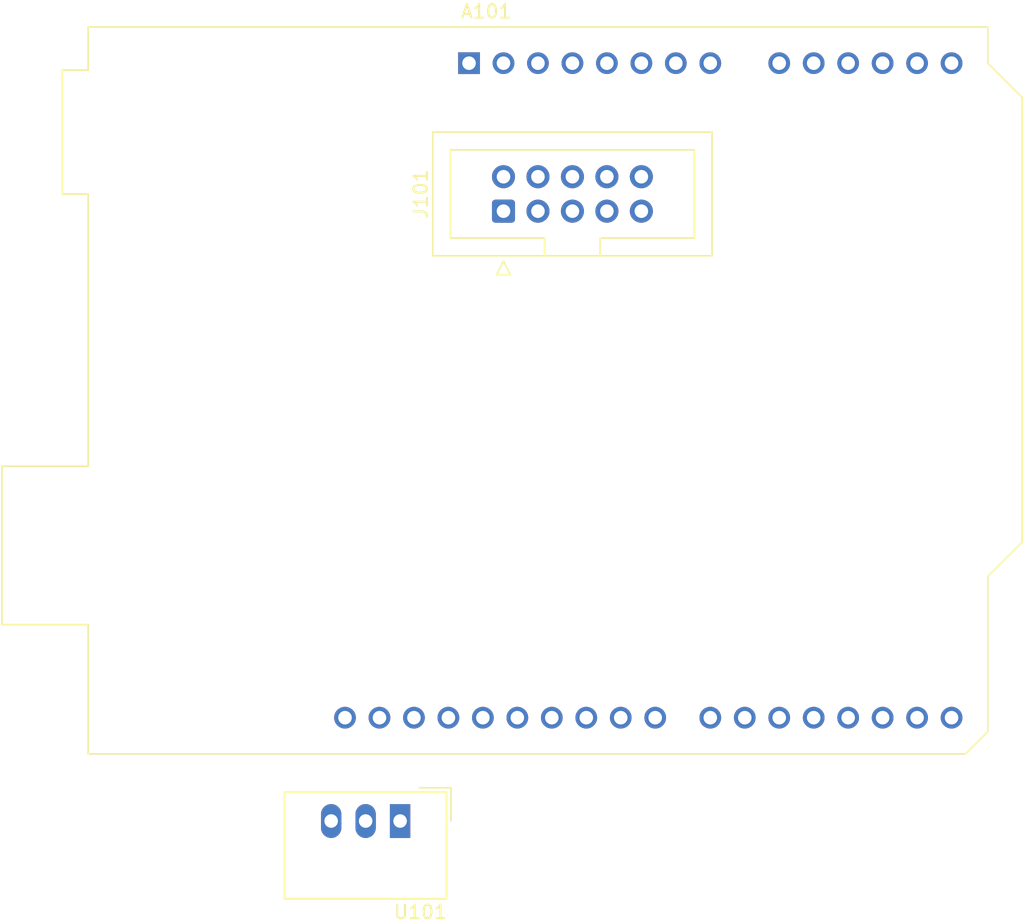
<source format=kicad_pcb>
(kicad_pcb (version 20211014) (generator pcbnew)
  (layers (0 "F.Cu" signal) (31 "B.Cu" signal) (34 "B.Paste" user) (35 "F.Paste" user) (36 "B.SilkS" user "B.Silkscreen") (37 "F.SilkS" user "F.Silkscreen") (38 "B.Mask" user) (39 "F.Mask" user) (44 "Edge.Cuts" user))
  (net 0 "")
  (net 17 "KEYB.CLOCK")
  (net 18 "MOUSE.CLOCK")
  (net 19 "KEYB.DATA")
  (net 20 "MOUSE.DATA")
  (net 21 "UART.IN")
  (net 22 "UART.OUT")
  (net 33 "12VDC")
  (net 34 "RS232.OUT")
  (net 35 "RS232.IN")
  (net 38 "EARTH")
  (net 39 "-12VDC")
  (net 40 "GND")
  (net 42 "Net-(D101-Pad2)")
  (footprint "Converter_DCDC:Converter_DCDC_TRACO_TSR-1_THT" (layer "F.Cu") (at 129.54 109.22 180)
    (fp_text reference "U101" (at -1.5 -6.71) (layer "F.SilkS"))
    (fp_text value "TSR_1-2450")
    (fp_line (start -3.42 2.12) (end -3.42 -5.73) (layer "F.SilkS") (width 0.12))
    (fp_line (start -3.75 0) (end -3.75 2.45) (layer "F.SilkS") (width 0.12))
    (fp_line (start 8.52 -5.73) (end 8.52 2.12) (layer "F.SilkS") (width 0.12))
    (fp_line (start -3.42 -5.73) (end 8.52 -5.73) (layer "F.SilkS") (width 0.12))
    (fp_line (start -3.75 2.45) (end -1.42 2.45) (layer "F.SilkS") (width 0.12))
    (fp_line (start 8.52 2.12) (end -3.42 2.12) (layer "F.SilkS") (width 0.12))
    (pad "1" thru_hole rect (at 0 0 180) (size 1.5 2.5) (drill 1) (layers *.Cu *.Mask) (net 33 "12VDC"))
    (pad "2" thru_hole oval (at 2.54 0 180) (size 1.5 2.5) (drill 1) (layers *.Cu *.Mask) (net 40 "GND"))
    (pad "3" thru_hole oval (at 5.08 0 180) (size 1.5 2.5) (drill 1) (layers *.Cu *.Mask) (net 42 "Net-(D101-Pad2)"))
  )
  (footprint "Connector_IDC:IDC-Header_2x05_P2.54mm_Vertical" (layer "F.Cu") (at 137.16 64.2525 90)
    (fp_text reference "J101" (at 1.27 -6.1 90) (layer "F.SilkS"))
    (fp_text value "Apricot Keyboard Port")
    (fp_line (start -4.68 0.5) (end -3.68 0) (layer "F.SilkS") (width 0.12))
    (fp_line (start -1.98 -3.91) (end 4.52 -3.91) (layer "F.SilkS") (width 0.12))
    (fp_line (start -3.29 -5.21) (end 5.83 -5.21) (layer "F.SilkS") (width 0.12))
    (fp_line (start -1.98 7.13) (end -3.29 7.13) (layer "F.SilkS") (width 0.12))
    (fp_line (start -3.29 3.03) (end -1.98 3.03) (layer "F.SilkS") (width 0.12))
    (fp_line (start -1.98 7.13) (end -1.98 7.13) (layer "F.SilkS") (width 0.12))
    (fp_line (start -3.68 0) (end -4.68 -0.5) (layer "F.SilkS") (width 0.12))
    (fp_line (start -1.98 14.07) (end -1.98 7.13) (layer "F.SilkS") (width 0.12))
    (fp_line (start 5.83 15.37) (end -3.29 15.37) (layer "F.SilkS") (width 0.12))
    (fp_line (start -3.29 15.37) (end -3.29 -5.21) (layer "F.SilkS") (width 0.12))
    (fp_line (start -4.68 -0.5) (end -4.68 0.5) (layer "F.SilkS") (width 0.12))
    (fp_line (start -1.98 3.03) (end -1.98 -3.91) (layer "F.SilkS") (width 0.12))
    (fp_line (start 5.83 -5.21) (end 5.83 15.37) (layer "F.SilkS") (width 0.12))
    (fp_line (start 4.52 14.07) (end -1.98 14.07) (layer "F.SilkS") (width 0.12))
    (fp_line (start 4.52 -3.91) (end 4.52 14.07) (layer "F.SilkS") (width 0.12))
    (pad "1" thru_hole roundrect (at 0 0 90) (size 1.7 1.7) (drill 1) (layers *.Cu *.Mask) (roundrect_rratio 0.147059) (net 33 "12VDC"))
    (pad "2" thru_hole circle (at 2.54 0 90) (size 1.7 1.7) (drill 1) (layers *.Cu *.Mask) (net 34 "RS232.OUT"))
    (pad "3" thru_hole circle (at 0 2.54 90) (size 1.7 1.7) (drill 1) (layers *.Cu *.Mask) (net 35 "RS232.IN"))
    (pad "4" thru_hole circle (at 2.54 2.54 90) (size 1.7 1.7) (drill 1) (layers *.Cu *.Mask))
    (pad "5" thru_hole circle (at 0 5.08 90) (size 1.7 1.7) (drill 1) (layers *.Cu *.Mask))
    (pad "6" thru_hole circle (at 2.54 5.08 90) (size 1.7 1.7) (drill 1) (layers *.Cu *.Mask) (net 38 "EARTH"))
    (pad "7" thru_hole circle (at 0 7.62 90) (size 1.7 1.7) (drill 1) (layers *.Cu *.Mask) (net 39 "-12VDC"))
    (pad "8" thru_hole circle (at 2.54 7.62 90) (size 1.7 1.7) (drill 1) (layers *.Cu *.Mask) (net 40 "GND"))
    (pad "9" thru_hole circle (at 0 10.16 90) (size 1.7 1.7) (drill 1) (layers *.Cu *.Mask))
    (pad "10" thru_hole circle (at 2.54 10.16 90) (size 1.7 1.7) (drill 1) (layers *.Cu *.Mask))
  )
  (footprint "Module:Arduino_UNO_R3" (layer "F.Cu") (at 134.62 53.34)
    (fp_text reference "A101" (at 1.27 -3.81 180) (layer "F.SilkS"))
    (fp_text value "Arduino_UNO_R3")
    (fp_line (start -28.07 -2.67) (end -28.07 0.51) (layer "F.SilkS") (width 0.12))
    (fp_line (start -28.07 0.51) (end -29.97 0.51) (layer "F.SilkS") (width 0.12))
    (fp_line (start 38.23 -2.67) (end -28.07 -2.67) (layer "F.SilkS") (width 0.12))
    (fp_line (start -29.97 0.51) (end -29.97 9.65) (layer "F.SilkS") (width 0.12))
    (fp_line (start -34.42 29.72) (end -34.42 41.4) (layer "F.SilkS") (width 0.12))
    (fp_line (start -29.97 9.65) (end -28.07 9.65) (layer "F.SilkS") (width 0.12))
    (fp_line (start 40.77 35.31) (end 40.77 2.54) (layer "F.SilkS") (width 0.12))
    (fp_line (start -28.07 50.93) (end 36.58 50.93) (layer "F.SilkS") (width 0.12))
    (fp_line (start 38.23 0) (end 38.23 -2.67) (layer "F.SilkS") (width 0.12))
    (fp_line (start -34.42 41.4) (end -28.07 41.4) (layer "F.SilkS") (width 0.12))
    (fp_line (start 40.77 2.54) (end 38.23 0) (layer "F.SilkS") (width 0.12))
    (fp_line (start 38.23 49.28) (end 38.23 37.85) (layer "F.SilkS") (width 0.12))
    (fp_line (start 38.23 37.85) (end 40.77 35.31) (layer "F.SilkS") (width 0.12))
    (fp_line (start 36.58 50.93) (end 38.23 49.28) (layer "F.SilkS") (width 0.12))
    (fp_line (start -28.07 9.65) (end -28.07 29.72) (layer "F.SilkS") (width 0.12))
    (fp_line (start -28.07 29.72) (end -34.42 29.72) (layer "F.SilkS") (width 0.12))
    (fp_line (start -28.07 41.4) (end -28.07 50.93) (layer "F.SilkS") (width 0.12))
    (pad "1" thru_hole rect (at 0 0 90) (size 1.6 1.6) (drill 1) (layers *.Cu *.Mask))
    (pad "2" thru_hole oval (at 2.54 0 90) (size 1.6 1.6) (drill 1) (layers *.Cu *.Mask))
    (pad "3" thru_hole oval (at 5.08 0 90) (size 1.6 1.6) (drill 1) (layers *.Cu *.Mask))
    (pad "4" thru_hole oval (at 7.62 0 90) (size 1.6 1.6) (drill 1) (layers *.Cu *.Mask))
    (pad "5" thru_hole oval (at 10.16 0 90) (size 1.6 1.6) (drill 1) (layers *.Cu *.Mask))
    (pad "6" thru_hole oval (at 12.7 0 90) (size 1.6 1.6) (drill 1) (layers *.Cu *.Mask))
    (pad "7" thru_hole oval (at 15.24 0 90) (size 1.6 1.6) (drill 1) (layers *.Cu *.Mask))
    (pad "8" thru_hole oval (at 17.78 0 90) (size 1.6 1.6) (drill 1) (layers *.Cu *.Mask))
    (pad "9" thru_hole oval (at 22.86 0 90) (size 1.6 1.6) (drill 1) (layers *.Cu *.Mask))
    (pad "10" thru_hole oval (at 25.4 0 90) (size 1.6 1.6) (drill 1) (layers *.Cu *.Mask))
    (pad "11" thru_hole oval (at 27.94 0 90) (size 1.6 1.6) (drill 1) (layers *.Cu *.Mask))
    (pad "12" thru_hole oval (at 30.48 0 90) (size 1.6 1.6) (drill 1) (layers *.Cu *.Mask))
    (pad "13" thru_hole oval (at 33.02 0 90) (size 1.6 1.6) (drill 1) (layers *.Cu *.Mask))
    (pad "14" thru_hole oval (at 35.56 0 90) (size 1.6 1.6) (drill 1) (layers *.Cu *.Mask))
    (pad "15" thru_hole oval (at 35.56 48.26 90) (size 1.6 1.6) (drill 1) (layers *.Cu *.Mask))
    (pad "16" thru_hole oval (at 33.02 48.26 90) (size 1.6 1.6) (drill 1) (layers *.Cu *.Mask))
    (pad "17" thru_hole oval (at 30.48 48.26 90) (size 1.6 1.6) (drill 1) (layers *.Cu *.Mask) (net 17 "KEYB.CLOCK"))
    (pad "18" thru_hole oval (at 27.94 48.26 90) (size 1.6 1.6) (drill 1) (layers *.Cu *.Mask) (net 18 "MOUSE.CLOCK"))
    (pad "19" thru_hole oval (at 25.4 48.26 90) (size 1.6 1.6) (drill 1) (layers *.Cu *.Mask) (net 19 "KEYB.DATA"))
    (pad "20" thru_hole oval (at 22.86 48.26 90) (size 1.6 1.6) (drill 1) (layers *.Cu *.Mask) (net 20 "MOUSE.DATA"))
    (pad "21" thru_hole oval (at 20.32 48.26 90) (size 1.6 1.6) (drill 1) (layers *.Cu *.Mask) (net 21 "UART.IN"))
    (pad "22" thru_hole oval (at 17.78 48.26 90) (size 1.6 1.6) (drill 1) (layers *.Cu *.Mask) (net 22 "UART.OUT"))
    (pad "23" thru_hole oval (at 13.72 48.26 90) (size 1.6 1.6) (drill 1) (layers *.Cu *.Mask))
    (pad "24" thru_hole oval (at 11.18 48.26 90) (size 1.6 1.6) (drill 1) (layers *.Cu *.Mask))
    (pad "25" thru_hole oval (at 8.64 48.26 90) (size 1.6 1.6) (drill 1) (layers *.Cu *.Mask))
    (pad "26" thru_hole oval (at 6.1 48.26 90) (size 1.6 1.6) (drill 1) (layers *.Cu *.Mask))
    (pad "27" thru_hole oval (at 3.56 48.26 90) (size 1.6 1.6) (drill 1) (layers *.Cu *.Mask))
    (pad "28" thru_hole oval (at 1.02 48.26 90) (size 1.6 1.6) (drill 1) (layers *.Cu *.Mask))
    (pad "29" thru_hole oval (at -1.52 48.26 90) (size 1.6 1.6) (drill 1) (layers *.Cu *.Mask))
    (pad "30" thru_hole oval (at -4.06 48.26 90) (size 1.6 1.6) (drill 1) (layers *.Cu *.Mask))
    (pad "31" thru_hole oval (at -6.6 48.26 90) (size 1.6 1.6) (drill 1) (layers *.Cu *.Mask))
    (pad "32" thru_hole oval (at -9.14 48.26 90) (size 1.6 1.6) (drill 1) (layers *.Cu *.Mask))
  )
)
</source>
